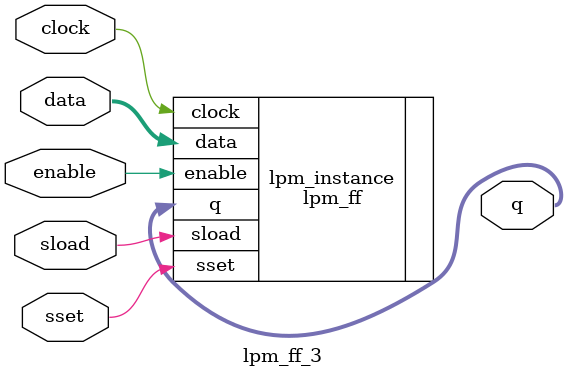
<source format=v>



module lpm_ff_3(enable,clock,sset,sload,data,q);
input enable;
input clock;
input sset;
input sload;
input [15:0] data;
output [15:0] q;

lpm_ff	lpm_instance(.enable(enable),.clock(clock),.sset(sset),.sload(sload),.data(data),.q(q));
	defparam	lpm_instance.LPM_AVALUE = 0;
	defparam	lpm_instance.LPM_FFTYPE = "DFF";
	defparam	lpm_instance.LPM_SVALUE = 1;
	defparam	lpm_instance.LPM_WIDTH = 16;

endmodule

</source>
